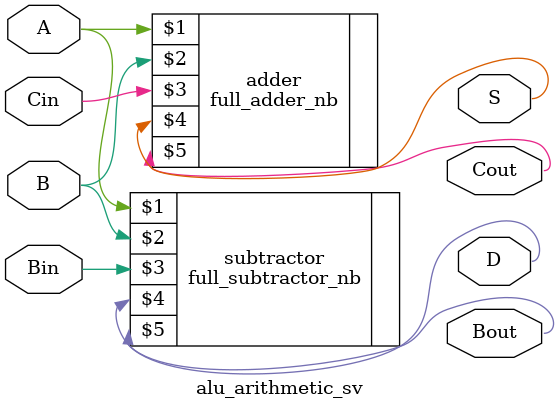
<source format=sv>
module alu_arithmetic_sv #(parameter N = 1)
								  (input  logic [N-1:0] A, B,
								   input  logic	  	   Cin,
									input  logic	  	   Bin,
								   output logic [N-1:0] S,
									output logic [N-1:0] D,
									output logic		   Cout,
									output logic		   Bout);
									
	
	full_adder_nb #(N) adder(A, B, Cin, S, Cout);
	full_subtractor_nb #(N) subtractor(A, B, Bin, D, Bout);	
									
endmodule 
</source>
